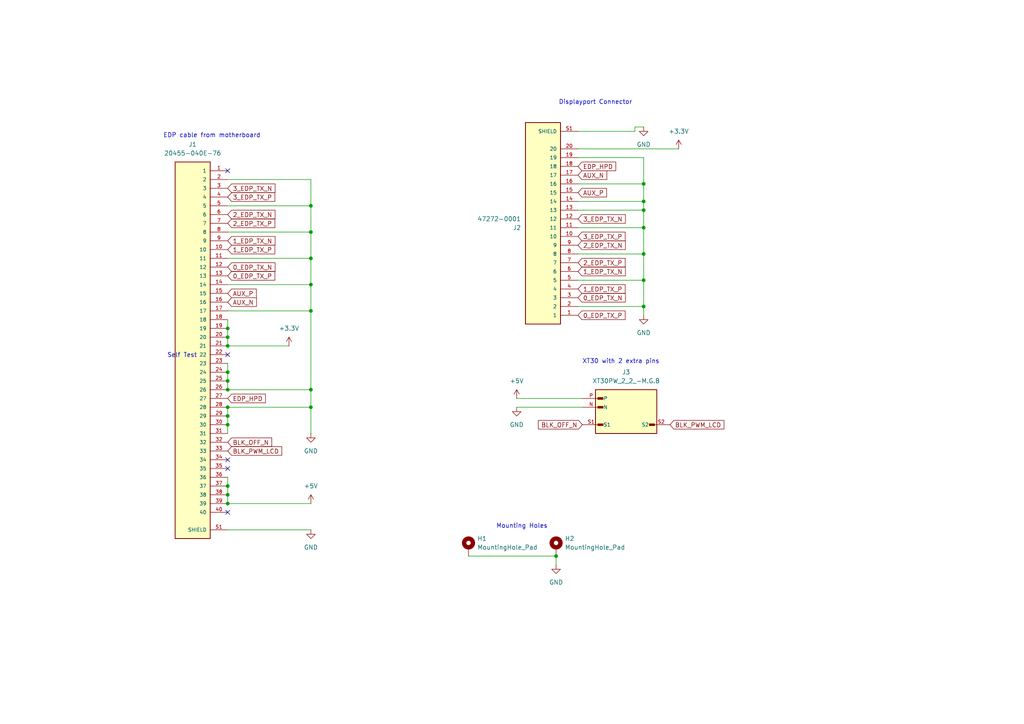
<source format=kicad_sch>
(kicad_sch (version 20250114) (generator "eeschema") (generator_version "9.0")
  (paper "A4")
  (lib_symbols
    (symbol "20455-040E-76:20455-040E-76" (pin_names (offset 1.016))
      (property "Reference" "J" (at -5.08 54.102 0))
      (property "Value" "20455-040E-76" (at -5.08 -58.42 0))
      (symbol "20455-040E-76_0_0"
        (rectangle (start -5.08 -55.88) (end 5.08 53.34) (stroke (width 0.254)) (fill (type background)))
        (pin passive line (at -10.16 50.8 0) (length 5.08) (name "1") (number "1"))
        (pin passive line (at -10.16 48.26 0) (length 5.08) (name "2") (number "2"))
        (pin passive line (at -10.16 45.72 0) (length 5.08) (name "3") (number "3"))
        (pin passive line (at -10.16 43.18 0) (length 5.08) (name "4") (number "4"))
        (pin passive line (at -10.16 40.64 0) (length 5.08) (name "5") (number "5"))
        (pin passive line (at -10.16 38.1 0) (length 5.08) (name "6") (number "6"))
        (pin passive line (at -10.16 35.56 0) (length 5.08) (name "7") (number "7"))
        (pin passive line (at -10.16 33.02 0) (length 5.08) (name "8") (number "8"))
        (pin passive line (at -10.16 30.48 0) (length 5.08) (name "9") (number "9"))
        (pin passive line (at -10.16 27.94 0) (length 5.08) (name "10") (number "10"))
        (pin passive line (at -10.16 25.4 0) (length 5.08) (name "11") (number "11"))
        (pin passive line (at -10.16 22.86 0) (length 5.08) (name "12") (number "12"))
        (pin passive line (at -10.16 20.32 0) (length 5.08) (name "13") (number "13"))
        (pin passive line (at -10.16 17.78 0) (length 5.08) (name "14") (number "14"))
        (pin passive line (at -10.16 15.24 0) (length 5.08) (name "15") (number "15"))
        (pin passive line (at -10.16 12.7 0) (length 5.08) (name "16") (number "16"))
        (pin passive line (at -10.16 10.16 0) (length 5.08) (name "17") (number "17"))
        (pin passive line (at -10.16 7.62 0) (length 5.08) (name "18") (number "18"))
        (pin passive line (at -10.16 5.08 0) (length 5.08) (name "19") (number "19"))
        (pin passive line (at -10.16 2.54 0) (length 5.08) (name "20") (number "20"))
        (pin passive line (at -10.16 0 0) (length 5.08) (name "21") (number "21"))
        (pin passive line (at -10.16 -2.54 0) (length 5.08) (name "22") (number "22"))
        (pin passive line (at -10.16 -5.08 0) (length 5.08) (name "23") (number "23"))
        (pin passive line (at -10.16 -7.62 0) (length 5.08) (name "24") (number "24"))
        (pin passive line (at -10.16 -10.16 0) (length 5.08) (name "25") (number "25"))
        (pin passive line (at -10.16 -12.7 0) (length 5.08) (name "26") (number "26"))
        (pin passive line (at -10.16 -15.24 0) (length 5.08) (name "27") (number "27"))
        (pin passive line (at -10.16 -17.78 0) (length 5.08) (name "28") (number "28"))
        (pin passive line (at -10.16 -20.32 0) (length 5.08) (name "29") (number "29"))
        (pin passive line (at -10.16 -22.86 0) (length 5.08) (name "30") (number "30"))
        (pin passive line (at -10.16 -25.4 0) (length 5.08) (name "31") (number "31"))
        (pin passive line (at -10.16 -27.94 0) (length 5.08) (name "32") (number "32"))
        (pin passive line (at -10.16 -30.48 0) (length 5.08) (name "33") (number "33"))
        (pin passive line (at -10.16 -33.02 0) (length 5.08) (name "34") (number "34"))
        (pin passive line (at -10.16 -35.56 0) (length 5.08) (name "35") (number "35"))
        (pin passive line (at -10.16 -38.1 0) (length 5.08) (name "36") (number "36"))
        (pin passive line (at -10.16 -40.64 0) (length 5.08) (name "37") (number "37"))
        (pin passive line (at -10.16 -43.18 0) (length 5.08) (name "38") (number "38"))
        (pin passive line (at -10.16 -45.72 0) (length 5.08) (name "39") (number "39"))
        (pin passive line (at -10.16 -48.26 0) (length 5.08) (name "40") (number "40"))
        (pin passive line (at -10.16 -53.34 0) (length 5.08) (name "SHIELD") (number "S1"))
        (pin passive line (at -10.16 -53.34 0) (length 5.08) (hide yes) (name "SHIELD") (number "S2"))
        (pin passive line (at -10.16 -53.34 0) (length 5.08) (hide yes) (name "SHIELD") (number "S3"))
        (pin passive line (at -10.16 -53.34 0) (length 5.08) (hide yes) (name "SHIELD") (number "S4"))
      )
    )
    (symbol "47272-0001:47272-0001" (pin_names (offset 1.016))
      (property "Reference" "J" (at -5.08 28.448 0))
      (property "Value" "47272-0001" (at -5.08 -33.02 0))
      (symbol "47272-0001_0_0"
        (rectangle (start -5.08 -30.48) (end 5.08 27.94) (stroke (width 0.254)) (fill (type background)))
        (pin passive line (at -10.16 25.4 0) (length 5.08) (name "1") (number "1"))
        (pin passive line (at -10.16 22.86 0) (length 5.08) (name "2") (number "2"))
        (pin passive line (at -10.16 20.32 0) (length 5.08) (name "3") (number "3"))
        (pin passive line (at -10.16 17.78 0) (length 5.08) (name "4") (number "4"))
        (pin passive line (at -10.16 15.24 0) (length 5.08) (name "5") (number "5"))
        (pin passive line (at -10.16 12.7 0) (length 5.08) (name "6") (number "6"))
        (pin passive line (at -10.16 10.16 0) (length 5.08) (name "7") (number "7"))
        (pin passive line (at -10.16 7.62 0) (length 5.08) (name "8") (number "8"))
        (pin passive line (at -10.16 5.08 0) (length 5.08) (name "9") (number "9"))
        (pin passive line (at -10.16 2.54 0) (length 5.08) (name "10") (number "10"))
        (pin passive line (at -10.16 0 0) (length 5.08) (name "11") (number "11"))
        (pin passive line (at -10.16 -2.54 0) (length 5.08) (name "12") (number "12"))
        (pin passive line (at -10.16 -5.08 0) (length 5.08) (name "13") (number "13"))
        (pin passive line (at -10.16 -7.62 0) (length 5.08) (name "14") (number "14"))
        (pin passive line (at -10.16 -10.16 0) (length 5.08) (name "15") (number "15"))
        (pin passive line (at -10.16 -12.7 0) (length 5.08) (name "16") (number "16"))
        (pin passive line (at -10.16 -15.24 0) (length 5.08) (name "17") (number "17"))
        (pin passive line (at -10.16 -17.78 0) (length 5.08) (name "18") (number "18"))
        (pin passive line (at -10.16 -20.32 0) (length 5.08) (name "19") (number "19"))
        (pin passive line (at -10.16 -22.86 0) (length 5.08) (name "20") (number "20"))
        (pin passive line (at -10.16 -27.94 0) (length 5.08) (name "SHIELD") (number "S1"))
        (pin passive line (at -10.16 -27.94 0) (length 5.08) (hide yes) (name "SHIELD") (number "S2"))
        (pin passive line (at -10.16 -27.94 0) (length 5.08) (hide yes) (name "SHIELD") (number "S3"))
        (pin passive line (at -10.16 -27.94 0) (length 5.08) (hide yes) (name "SHIELD") (number "S4"))
      )
    )
    (symbol "Mechanical:MountingHole_Pad" (pin_numbers (hide yes)) (pin_names (offset 1.016) (hide yes)) (in_bom no)
      (property "Reference" "H" (at 0 6.35 0))
      (property "Value" "MountingHole_Pad" (at 0 4.445 0))
      (symbol "MountingHole_Pad_0_1"
        (circle (center 0 1.27) (radius 1.27) (stroke (width 1.27)))
      )
      (symbol "MountingHole_Pad_1_1"
        (pin input line (at 0 -2.54 90) (length 2.54) (name "1") (number "1"))
      )
    )
    (symbol "XT30PW_2_2_-M.G.B:XT30PW_2_2_-M.G.B" (pin_names (offset 1.016))
      (property "Reference" "J" (at -8.89 5.842 0))
      (property "Value" "XT30PW_2_2_-M.G.B" (at -8.89 -10.16 0))
      (symbol "XT30PW_2_2_-M.G.B_0_0"
        (rectangle (start -8.89 -7.62) (end 8.89 5.08) (stroke (width 0.254)) (fill (type background)))
        (rectangle (start -8.255 2.2225) (end -6.6675 2.8575) (stroke (width 0.1)) (fill (type outline)))
        (rectangle (start -8.255 -0.3175) (end -6.6675 0.3175) (stroke (width 0.1)) (fill (type outline)))
        (rectangle (start -8.255 -5.3975) (end -6.6675 -4.7625) (stroke (width 0.1)) (fill (type outline)))
        (rectangle (start 6.6675 -5.3975) (end 8.255 -4.7625) (stroke (width 0.1)) (fill (type outline)))
        (pin power_in line (at -12.7 2.54 0) (length 5.08) (name "P") (number "P"))
        (pin power_in line (at -12.7 0 0) (length 5.08) (name "N") (number "N"))
        (pin passive line (at -12.7 -5.08 0) (length 5.08) (name "S1") (number "S1"))
        (pin passive line (at 12.7 -5.08 180) (length 5.08) (name "S2") (number "S2"))
      )
    )
    (symbol "power:+3.3V" (power) (pin_numbers (hide yes)) (pin_names (offset 0) (hide yes))
      (property "Value" "+3.3V" (at 0 3.556 0))
      (symbol "+3.3V_0_1"
        (polyline (pts (xy -0.762 1.27) (xy 0 2.54)))
        (polyline (pts (xy 0 2.54) (xy 0.762 1.27)))
        (polyline (pts (xy 0 0) (xy 0 2.54)))
      )
      (symbol "+3.3V_1_1"
        (pin power_in line (at 0 0 90) (length 0) (name "~") (number "1"))
      )
    )
    (symbol "power:+5V" (power) (pin_numbers (hide yes)) (pin_names (offset 0) (hide yes))
      (property "Value" "+5V" (at 0 3.556 0))
      (symbol "+5V_0_1"
        (polyline (pts (xy -0.762 1.27) (xy 0 2.54)))
        (polyline (pts (xy 0 2.54) (xy 0.762 1.27)))
        (polyline (pts (xy 0 0) (xy 0 2.54)))
      )
      (symbol "+5V_1_1"
        (pin power_in line (at 0 0 90) (length 0) (name "~") (number "1"))
      )
    )
    (symbol "power:GND" (power) (pin_numbers (hide yes)) (pin_names (offset 0) (hide yes))
      (property "Value" "GND" (at 0 -3.81 0))
      (symbol "GND_0_1"
        (polyline (pts (xy 0 0) (xy 0 -1.27) (xy 1.27 -1.27) (xy 0 -2.54) (xy -1.27 -1.27) (xy 0 -1.27)))
      )
      (symbol "GND_1_1"
        (pin power_in line (at 0 0 270) (length 0) (name "~") (number "1"))
      )
    )
  )
  (text "XT30 with 2 extra pins" (at 180.086 104.902 0) (effects (font (size 1.27 1.27))))
  (text "Mounting Holes" (at 151.384 152.654 0) (effects (font (size 1.27 1.27))))
  (text "Displayport Connector" (at 172.72 29.718 0) (effects (font (size 1.27 1.27))))
  (text "EDP cable from motherboard" (at 61.468 39.37 0) (effects (font (size 1.27 1.27))))
  (text "Self Test" (at 52.832 103.124 0) (effects (font (size 1.27 1.27))))
  (junction (at 161.29 161.29))
  (junction (at 66.04 100.33))
  (junction (at 66.04 140.97))
  (junction (at 66.04 110.49))
  (junction (at 90.17 74.93))
  (junction (at 186.69 53.34))
  (junction (at 90.17 82.55))
  (junction (at 186.69 88.9))
  (junction (at 66.04 97.79))
  (junction (at 66.04 95.25))
  (junction (at 186.69 66.04))
  (junction (at 186.69 81.28))
  (junction (at 90.17 118.11))
  (junction (at 186.69 73.66))
  (junction (at 66.04 113.03))
  (junction (at 90.17 113.03))
  (junction (at 66.04 118.11))
  (junction (at 66.04 123.19))
  (junction (at 186.69 58.42))
  (junction (at 66.04 120.65))
  (junction (at 66.04 143.51))
  (junction (at 90.17 90.17))
  (junction (at 66.04 146.05))
  (junction (at 186.69 60.96))
  (junction (at 66.04 107.95))
  (junction (at 90.17 59.69))
  (junction (at 90.17 67.31))
  (no_connect (at 66.04 133.35))
  (no_connect (at 66.04 148.59))
  (no_connect (at 66.04 49.53))
  (no_connect (at 66.04 102.87))
  (no_connect (at 66.04 135.89))
  (wire (pts (xy 66.04 92.71) (xy 66.04 95.25)))
  (wire (pts (xy 184.15 36.83) (xy 184.15 38.1)))
  (wire (pts (xy 90.17 74.93) (xy 66.04 74.93)))
  (wire (pts (xy 66.04 100.33) (xy 83.82 100.33)))
  (wire (pts (xy 186.69 66.04) (xy 186.69 73.66)))
  (wire (pts (xy 90.17 59.69) (xy 90.17 67.31)))
  (wire (pts (xy 90.17 74.93) (xy 90.17 82.55)))
  (wire (pts (xy 66.04 140.97) (xy 66.04 143.51)))
  (wire (pts (xy 90.17 90.17) (xy 90.17 113.03)))
  (wire (pts (xy 167.64 53.34) (xy 186.69 53.34)))
  (wire (pts (xy 90.17 82.55) (xy 66.04 82.55)))
  (wire (pts (xy 184.15 38.1) (xy 167.64 38.1)))
  (wire (pts (xy 186.69 45.72) (xy 186.69 53.34)))
  (wire (pts (xy 149.86 118.11) (xy 168.91 118.11)))
  (wire (pts (xy 186.69 88.9) (xy 186.69 91.44)))
  (wire (pts (xy 167.64 60.96) (xy 186.69 60.96)))
  (wire (pts (xy 149.86 115.57) (xy 168.91 115.57)))
  (wire (pts (xy 90.17 67.31) (xy 90.17 74.93)))
  (wire (pts (xy 90.17 153.67) (xy 66.04 153.67)))
  (wire (pts (xy 186.69 73.66) (xy 186.69 81.28)))
  (wire (pts (xy 66.04 123.19) (xy 66.04 125.73)))
  (wire (pts (xy 90.17 113.03) (xy 66.04 113.03)))
  (wire (pts (xy 167.64 58.42) (xy 186.69 58.42)))
  (wire (pts (xy 66.04 120.65) (xy 66.04 123.19)))
  (wire (pts (xy 90.17 52.07) (xy 66.04 52.07)))
  (wire (pts (xy 90.17 118.11) (xy 90.17 125.73)))
  (wire (pts (xy 90.17 113.03) (xy 90.17 118.11)))
  (wire (pts (xy 66.04 105.41) (xy 66.04 107.95)))
  (wire (pts (xy 167.64 88.9) (xy 186.69 88.9)))
  (wire (pts (xy 66.04 143.51) (xy 66.04 146.05)))
  (wire (pts (xy 167.64 45.72) (xy 186.69 45.72)))
  (wire (pts (xy 66.04 138.43) (xy 66.04 140.97)))
  (wire (pts (xy 90.17 82.55) (xy 90.17 90.17)))
  (wire (pts (xy 167.64 81.28) (xy 186.69 81.28)))
  (wire (pts (xy 186.69 81.28) (xy 186.69 88.9)))
  (wire (pts (xy 186.69 58.42) (xy 186.69 60.96)))
  (wire (pts (xy 66.04 110.49) (xy 66.04 113.03)))
  (wire (pts (xy 161.29 161.29) (xy 161.29 163.83)))
  (wire (pts (xy 135.89 161.29) (xy 161.29 161.29)))
  (wire (pts (xy 66.04 146.05) (xy 90.17 146.05)))
  (wire (pts (xy 90.17 90.17) (xy 66.04 90.17)))
  (wire (pts (xy 196.85 43.18) (xy 167.64 43.18)))
  (wire (pts (xy 186.69 60.96) (xy 186.69 66.04)))
  (wire (pts (xy 66.04 118.11) (xy 90.17 118.11)))
  (wire (pts (xy 90.17 59.69) (xy 66.04 59.69)))
  (wire (pts (xy 66.04 107.95) (xy 66.04 110.49)))
  (wire (pts (xy 66.04 118.11) (xy 66.04 120.65)))
  (wire (pts (xy 186.69 36.83) (xy 184.15 36.83)))
  (wire (pts (xy 167.64 66.04) (xy 186.69 66.04)))
  (wire (pts (xy 66.04 97.79) (xy 66.04 100.33)))
  (wire (pts (xy 186.69 53.34) (xy 186.69 58.42)))
  (wire (pts (xy 90.17 67.31) (xy 66.04 67.31)))
  (wire (pts (xy 66.04 95.25) (xy 66.04 97.79)))
  (wire (pts (xy 90.17 52.07) (xy 90.17 59.69)))
  (wire (pts (xy 167.64 73.66) (xy 186.69 73.66)))
  (global_label "BLK_PWM_LCD" (shape input) (at 194.31 123.19 0) (property "Intersheetrefs" "${INTERSHEET_REFS}" (effects (hide yes))))
  (global_label "3_EDP_TX_N" (shape input) (at 66.04 54.61 0) (property "Intersheetrefs" "${INTERSHEET_REFS}" (effects (hide yes))))
  (global_label "2_EDP_TX_N" (shape input) (at 66.04 62.23 0) (property "Intersheetrefs" "${INTERSHEET_REFS}" (effects (hide yes))))
  (global_label "3_EDP_TX_P" (shape input) (at 167.64 68.58 0) (property "Intersheetrefs" "${INTERSHEET_REFS}" (effects (hide yes))))
  (global_label "1_EDP_TX_N" (shape input) (at 66.04 69.85 0) (property "Intersheetrefs" "${INTERSHEET_REFS}" (effects (hide yes))))
  (global_label "EDP_HPD" (shape input) (at 66.04 115.57 0) (property "Intersheetrefs" "${INTERSHEET_REFS}" (effects (hide yes))))
  (global_label "0_EDP_TX_P" (shape input) (at 167.64 91.44 0) (property "Intersheetrefs" "${INTERSHEET_REFS}" (effects (hide yes))))
  (global_label "AUX_N" (shape input) (at 66.04 87.63 0) (property "Intersheetrefs" "${INTERSHEET_REFS}" (effects (hide yes))))
  (global_label "1_EDP_TX_P" (shape input) (at 167.64 83.82 0) (property "Intersheetrefs" "${INTERSHEET_REFS}" (effects (hide yes))))
  (global_label "EDP_HPD" (shape input) (at 167.64 48.26 0) (property "Intersheetrefs" "${INTERSHEET_REFS}" (effects (hide yes))))
  (global_label "BLK_OFF_N" (shape input) (at 168.91 123.19 180) (property "Intersheetrefs" "${INTERSHEET_REFS}" (effects (hide yes))))
  (global_label "0_EDP_TX_N" (shape input) (at 167.64 86.36 0) (property "Intersheetrefs" "${INTERSHEET_REFS}" (effects (hide yes))))
  (global_label "0_EDP_TX_N" (shape input) (at 66.04 77.47 0) (property "Intersheetrefs" "${INTERSHEET_REFS}" (effects (hide yes))))
  (global_label "AUX_P" (shape input) (at 66.04 85.09 0) (property "Intersheetrefs" "${INTERSHEET_REFS}" (effects (hide yes))))
  (global_label "2_EDP_TX_P" (shape input) (at 66.04 64.77 0) (property "Intersheetrefs" "${INTERSHEET_REFS}" (effects (hide yes))))
  (global_label "BLK_PWM_LCD" (shape input) (at 66.04 130.81 0) (property "Intersheetrefs" "${INTERSHEET_REFS}" (effects (hide yes))))
  (global_label "AUX_N" (shape input) (at 167.64 50.8 0) (property "Intersheetrefs" "${INTERSHEET_REFS}" (effects (hide yes))))
  (global_label "2_EDP_TX_P" (shape input) (at 167.64 76.2 0) (property "Intersheetrefs" "${INTERSHEET_REFS}" (effects (hide yes))))
  (global_label "1_EDP_TX_N" (shape input) (at 167.64 78.74 0) (property "Intersheetrefs" "${INTERSHEET_REFS}" (effects (hide yes))))
  (global_label "3_EDP_TX_N" (shape input) (at 167.64 63.5 0) (property "Intersheetrefs" "${INTERSHEET_REFS}" (effects (hide yes))))
  (global_label "AUX_P" (shape input) (at 167.64 55.88 0) (property "Intersheetrefs" "${INTERSHEET_REFS}" (effects (hide yes))))
  (global_label "2_EDP_TX_N" (shape input) (at 167.64 71.12 0) (property "Intersheetrefs" "${INTERSHEET_REFS}" (effects (hide yes))))
  (global_label "1_EDP_TX_P" (shape input) (at 66.04 72.39 0) (property "Intersheetrefs" "${INTERSHEET_REFS}" (effects (hide yes))))
  (global_label "BLK_OFF_N" (shape input) (at 66.04 128.27 0) (property "Intersheetrefs" "${INTERSHEET_REFS}" (effects (hide yes))))
  (global_label "3_EDP_TX_P" (shape input) (at 66.04 57.15 0) (property "Intersheetrefs" "${INTERSHEET_REFS}" (effects (hide yes))))
  (global_label "0_EDP_TX_P" (shape input) (at 66.04 80.01 0) (property "Intersheetrefs" "${INTERSHEET_REFS}" (effects (hide yes))))
  (symbol (lib_id "Mechanical:MountingHole_Pad") (at 135.89 158.75 0) (unit 1) (in_bom no)
    (property "Reference" "H1" (at 138.43 156.2099 0) (effects (justify left)))
    (property "Value" "MountingHole_Pad" (at 138.43 158.7499 0) (effects (justify left)))
    (property "Footprint" "MountingHole:MountingHole_2.2mm_M2_DIN965_Pad_TopBottom" (effects (hide yes)))
    (property "Description" "Mounting Hole with connection" (effects (hide yes)))
  )
  (symbol (lib_id "power:+5V") (at 149.86 115.57 0) (unit 1)
    (property "Reference" "#PWR05" (effects (hide yes)))
    (property "Value" "+5V" (at 149.86 110.49 0))
    (property "Description" "Power symbol creates a global label with name \"+5V\"" (effects (hide yes)))
  )
  (symbol (lib_id "Mechanical:MountingHole_Pad") (at 161.29 158.75 0) (unit 1) (in_bom no)
    (property "Reference" "H2" (at 163.83 156.2099 0) (effects (justify left)))
    (property "Value" "MountingHole_Pad" (at 163.83 158.7499 0) (effects (justify left)))
    (property "Footprint" "MountingHole:MountingHole_2.2mm_M2_DIN965_Pad_TopBottom" (effects (hide yes)))
    (property "Description" "Mounting Hole with connection" (effects (hide yes)))
  )
  (symbol (lib_id "XT30PW_2_2_-M.G.B:XT30PW_2_2_-M.G.B") (at 181.61 118.11 0) (unit 1)
    (property "Reference" "J3" (at 181.61 107.95 0))
    (property "Value" "XT30PW_2_2_-M.G.B" (at 181.61 110.49 0))
    (property "Footprint" "SnapEDA:AMASS_XT30PW_2_2_-M.G.B" (effects (hide yes)))
    (property "MF" "AMASS" (effects (hide yes)))
    (property "MAXIMUM_PACKAGE_HEIGHT" "5.2mm" (effects (hide yes)))
    (property "CREATOR" "ANA" (effects (hide yes)))
    (property "Price" "None" (effects (hide yes)))
    (property "Package" "None" (effects (hide yes)))
    (property "Check_prices" "https://www.snapeda.com/parts/XT30PW(2+2)-M.G.B/AMASS/view-part/?ref=eda" (effects (hide yes)))
    (property "STANDARD" "Manufacturer Recommendations" (effects (hide yes)))
    (property "PARTREV" "NA" (effects (hide yes)))
    (property "SnapEDA_Link" "https://www.snapeda.com/parts/XT30PW(2+2)-M.G.B/AMASS/view-part/?ref=snap" (effects (hide yes)))
    (property "MP" "XT30PW(2+2)-M.G.B" (effects (hide yes)))
    (property "Description_1" "Industrial Control Plug" (effects (hide yes)))
    (property "Availability" "Not in stock" (effects (hide yes)))
    (property "MANUFACTURER" "AMASS" (effects (hide yes)))
  )
  (symbol (lib_id "power:GND") (at 90.17 153.67 0) (unit 1)
    (property "Reference" "#PWR04" (effects (hide yes)))
    (property "Value" "GND" (at 90.17 158.75 0))
    (property "Description" "Power symbol creates a global label with name \"GND\" , ground" (effects (hide yes)))
  )
  (symbol (lib_id "power:+5V") (at 90.17 146.05 0) (unit 1)
    (property "Reference" "#PWR03" (effects (hide yes)))
    (property "Value" "+5V" (at 90.17 140.97 0))
    (property "Description" "Power symbol creates a global label with name \"+5V\"" (effects (hide yes)))
  )
  (symbol (lib_id "power:GND") (at 186.69 91.44 0) (unit 1)
    (property "Reference" "#PWR09" (effects (hide yes)))
    (property "Value" "GND" (at 186.69 96.52 0))
    (property "Description" "Power symbol creates a global label with name \"GND\" , ground" (effects (hide yes)))
  )
  (symbol (lib_id "47272-0001:47272-0001") (at 157.48 66.04 180) (unit 1)
    (property "Reference" "J2" (at 151.13 66.0401 0) (effects (justify left)))
    (property "Value" "47272-0001" (at 151.13 63.5001 0) (effects (justify left)))
    (property "Footprint" "SnapEDA:MOLEX_47272-0001" (effects (hide yes)))
    (property "MF" "Molex" (effects (hide yes)))
    (property "DESCRIPTION" "Conn Display Port RCP 20 POS 0.5mm Solder RA SMD 20 Terminal 1 Port DisplayPort T/R" (effects (hide yes)))
    (property "PACKAGE" "None" (effects (hide yes)))
    (property "PRICE" "None" (effects (hide yes)))
    (property "Package" "None" (effects (hide yes)))
    (property "Check_prices" "https://www.snapeda.com/parts/472720001/Molex/view-part/?ref=eda" (effects (hide yes)))
    (property "Price" "None" (effects (hide yes)))
    (property "SnapEDA_Link" "https://www.snapeda.com/parts/472720001/Molex/view-part/?ref=snap" (effects (hide yes)))
    (property "MP" "472720001" (effects (hide yes)))
    (property "Availability" "In Stock" (effects (hide yes)))
    (property "AVAILABILITY" "Unavailable" (effects (hide yes)))
    (property "Description_1" "DisplayPort - Receptacle Connector 20 Position Surface Mount, Right Angle; Through Hole" (effects (hide yes)))
  )
  (symbol (lib_id "20455-040E-76:20455-040E-76") (at 55.88 100.33 0) (mirror y) (unit 1)
    (property "Reference" "J1" (at 55.88 41.91 0))
    (property "Value" "20455-040E-76" (at 55.88 44.45 0))
    (property "Footprint" "SnapEDA:IPEX_20455-040E-76" (effects (hide yes)))
    (property "MF" "I-PEX" (effects (hide yes)))
    (property "Description_1" "40 POS Right Angle SMD 0.5 mm pitch, Horizontal mating type Micro-coaxial and FPC connector with mechanical lock (VESA standard connector) CABLINE-VS Receptacle" (effects (hide yes)))
    (property "Package" "None" (effects (hide yes)))
    (property "Price" "None" (effects (hide yes)))
    (property "Check_prices" "https://www.snapeda.com/parts/20455-040E-76/I-PEX/view-part/?ref=eda" (effects (hide yes)))
    (property "STANDARD" "Manufacturer Recommendations" (effects (hide yes)))
    (property "SnapEDA_Link" "https://www.snapeda.com/parts/20455-040E-76/I-PEX/view-part/?ref=snap" (effects (hide yes)))
    (property "MP" "20455-040E-76" (effects (hide yes)))
    (property "Availability" "In Stock" (effects (hide yes)))
    (property "MANUFACTURER" "I-PEX" (effects (hide yes)))
  )
  (symbol (lib_id "power:GND") (at 90.17 125.73 0) (unit 1)
    (property "Reference" "#PWR02" (effects (hide yes)))
    (property "Value" "GND" (at 90.17 130.81 0))
    (property "Description" "Power symbol creates a global label with name \"GND\" , ground" (effects (hide yes)))
  )
  (symbol (lib_id "power:GND") (at 186.69 36.83 0) (unit 1)
    (property "Reference" "#PWR08" (effects (hide yes)))
    (property "Value" "GND" (at 186.69 41.91 0))
    (property "Description" "Power symbol creates a global label with name \"GND\" , ground" (effects (hide yes)))
  )
  (symbol (lib_id "power:+3.3V") (at 196.85 43.18 0) (unit 1)
    (property "Reference" "#PWR010" (effects (hide yes)))
    (property "Value" "+3.3V" (at 196.85 38.1 0))
    (property "Description" "Power symbol creates a global label with name \"+3.3V\"" (effects (hide yes)))
  )
  (symbol (lib_id "power:+3.3V") (at 83.82 100.33 0) (unit 1)
    (property "Reference" "#PWR01" (effects (hide yes)))
    (property "Value" "+3.3V" (at 83.82 95.25 0))
    (property "Description" "Power symbol creates a global label with name \"+3.3V\"" (effects (hide yes)))
  )
  (symbol (lib_id "power:GND") (at 161.29 163.83 0) (unit 1)
    (property "Reference" "#PWR07" (effects (hide yes)))
    (property "Value" "GND" (at 161.29 168.91 0))
    (property "Description" "Power symbol creates a global label with name \"GND\" , ground" (effects (hide yes)))
  )
  (symbol (lib_id "power:GND") (at 149.86 118.11 0) (unit 1)
    (property "Reference" "#PWR06" (effects (hide yes)))
    (property "Value" "GND" (at 149.86 123.19 0))
    (property "Description" "Power symbol creates a global label with name \"GND\" , ground" (effects (hide yes)))
  )
)
</source>
